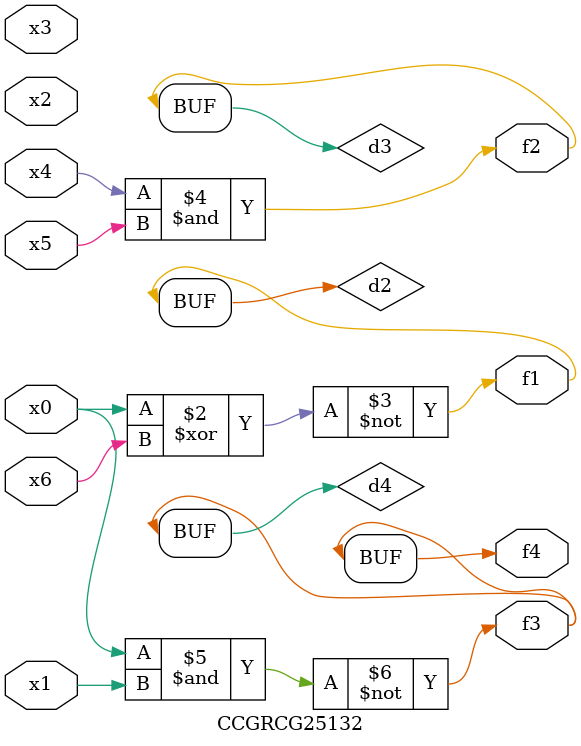
<source format=v>
module CCGRCG25132(
	input x0, x1, x2, x3, x4, x5, x6,
	output f1, f2, f3, f4
);

	wire d1, d2, d3, d4;

	nor (d1, x0);
	xnor (d2, x0, x6);
	and (d3, x4, x5);
	nand (d4, x0, x1);
	assign f1 = d2;
	assign f2 = d3;
	assign f3 = d4;
	assign f4 = d4;
endmodule

</source>
